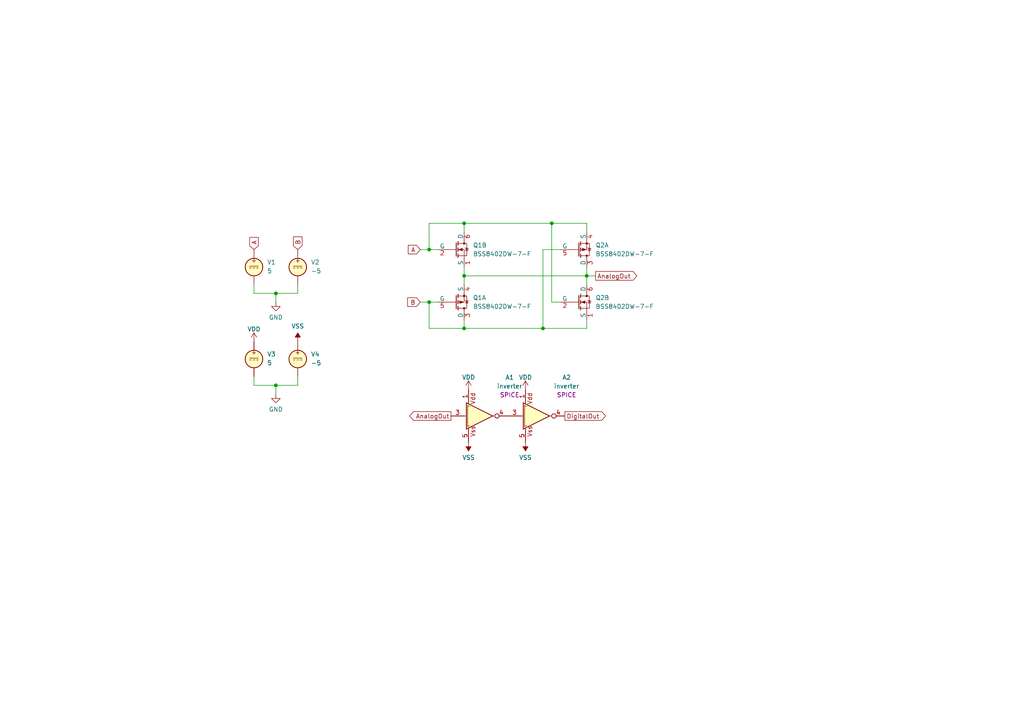
<source format=kicad_sch>
(kicad_sch (version 20250114) (generator "eeschema") (generator_version "9.0")
  (paper "A4")
  (lib_symbols
    (symbol "BSS8402DW-7-F_1" (pin_names (offset 0))
      (property "Reference" "Q" (at 2.54 1.27 0))
      (property "Value" "BSS8402DW-7-F" (at 2.54 -1.27 0))
      (symbol "BSS8402DW-7-F_1_0_1"
        (polyline (pts (xy -2.286 0) (xy -5.08 0)))
        (polyline (pts (xy -2.286 -1.905) (xy -2.286 1.905)) (stroke (width 0.254)))
        (polyline (pts (xy -1.778 1.27) (xy -1.778 2.286)) (stroke (width 0.254)))
        (polyline (pts (xy -1.778 -0.508) (xy -1.778 0.508)) (stroke (width 0.254)))
        (polyline (pts (xy -1.778 -1.778) (xy 0.762 -1.778) (xy 0.762 1.778) (xy -1.778 1.778)))
        (polyline (pts (xy -1.778 -2.286) (xy -1.778 -1.27)) (stroke (width 0.254)))
        (polyline (pts (xy 0 2.54) (xy 0 1.778)))
        (circle (center 0 1.778) (radius 0.254) (fill (type outline)))
        (polyline (pts (xy 0.254 0.508) (xy 0.381 0.381) (xy 1.143 0.381) (xy 1.27 0.254)))
        (polyline (pts (xy 0.762 0.381) (xy 0.381 -0.254) (xy 1.143 -0.254) (xy 0.762 0.381)))
      )
      (symbol "BSS8402DW-7-F_1_1_1"
        (polyline (pts (xy -0.254 0) (xy -1.27 -0.381) (xy -1.27 0.381) (xy -0.254 0)) (fill (type outline)))
        (polyline (pts (xy 0 2.54) (xy 0 0) (xy -1.778 0)))
        (circle (center 0 -1.778) (radius 0.254) (fill (type outline)))
        (polyline (pts (xy 0 -2.54) (xy 0 -1.778)))
        (pin input line (at -7.62 0 0) (length 2.54) (name "G") (number "5"))
        (pin passive line (at 0 5.08 270) (length 2.54) (name "S") (number "4"))
        (pin passive line (at 0 -5.08 90) (length 2.54) (name "D") (number "3"))
      )
      (symbol "BSS8402DW-7-F_1_2_1"
        (polyline (pts (xy -1.524 0) (xy -0.508 0.381) (xy -0.508 -0.381) (xy -1.524 0)) (fill (type outline)))
        (polyline (pts (xy 0 -2.54) (xy 0 0) (xy -1.778 0)))
        (pin input line (at -7.62 0 0) (length 2.54) (name "G") (number "2"))
        (pin passive line (at 0 5.08 270) (length 2.54) (name "D") (number "6"))
        (pin passive line (at 0 -5.08 90) (length 2.54) (name "S") (number "1"))
      )
    )
    (symbol "Simulation_SPICE:VDC" (pin_numbers (hide yes)) (pin_names (offset 0.0254))
      (property "Reference" "V" (at 2.54 2.54 0))
      (property "Value" "1" (at 2.54 0 0))
      (symbol "VDC_0_0"
        (polyline (pts (xy -1.27 0.254) (xy 1.27 0.254)))
        (polyline (pts (xy -0.762 -0.254) (xy -1.27 -0.254)))
        (polyline (pts (xy 0.254 -0.254) (xy -0.254 -0.254)))
        (polyline (pts (xy 1.27 -0.254) (xy 0.762 -0.254)))
        (text "+" (at 0 1.905 0) (effects (font (size 1.27 1.27))))
      )
      (symbol "VDC_0_1"
        (circle (center 0 0) (radius 2.54) (stroke (width 0.254)) (fill (type background)))
      )
      (symbol "VDC_1_1"
        (pin passive line (at 0 5.08 270) (length 2.54) (name "~") (number "1"))
        (pin passive line (at 0 -5.08 90) (length 2.54) (name "~") (number "2"))
      )
    )
    (symbol "TernaryLogic:inverter" (pin_names (offset 1.016))
      (property "Reference" "A" (at -0.635 1.27 0))
      (property "Value" "inverter" (at -0.635 -0.635 0))
      (property "Spice_Primitive" "X" (at -0.635 1.27 0))
      (property "Spice_Model" "Inverter" (at -0.635 1.27 0))
      (property "Spice_Netlist_Enabled" "Y" (at -0.635 1.27 0))
      (symbol "inverter_0_0"
        (polyline (pts (xy -3.81 0) (xy -3.302 0)))
        (polyline (pts (xy -2.54 3.81) (xy -2.54 3.556)))
        (polyline (pts (xy -2.54 -3.81) (xy -2.54 -3.556)))
        (polyline (pts (xy 5.08 0) (xy 4.318 0)))
        (text "Vdd" (at -1.27 5.08 900) (effects (font (size 1.27 1.27))))
        (text "Vss" (at -1.27 -4.445 900) (effects (font (size 1.27 1.27))))
      )
      (symbol "inverter_0_1"
        (polyline (pts (xy -2.794 3.048) (xy -2.286 2.794)) (stroke (width 0.1524)))
        (polyline (pts (xy -2.794 3.048) (xy -2.794 -3.048) (xy -2.286 -2.794)) (stroke (width 0.1524)))
      )
      (symbol "inverter_1_1"
        (polyline (pts (xy -3.175 3.81) (xy -3.175 -3.81) (xy 4.445 0) (xy -3.175 3.81)) (stroke (width 0.254)) (fill (type background)))
        (pin input line (at -7.62 0 0) (length 3.81) (name "~") (number "3"))
        (pin power_in line (at -2.54 7.62 270) (length 3.81) (name "~") (number "1"))
        (pin power_in line (at -2.54 -7.62 90) (length 3.81) (name "~") (number "5"))
        (pin output inverted (at 8.89 0 180) (length 3.81) (name "~") (number "4"))
      )
    )
    (symbol "Tritium:BSS8402DW-7-F" (pin_names (offset 0))
      (property "Reference" "Q" (at 2.54 1.27 0))
      (property "Value" "BSS8402DW-7-F" (at 2.54 -1.27 0))
      (symbol "BSS8402DW-7-F_0_1"
        (polyline (pts (xy -2.286 0) (xy -5.08 0)))
        (polyline (pts (xy -2.286 -1.905) (xy -2.286 1.905)) (stroke (width 0.254)))
        (polyline (pts (xy -1.778 1.27) (xy -1.778 2.286)) (stroke (width 0.254)))
        (polyline (pts (xy -1.778 -0.508) (xy -1.778 0.508)) (stroke (width 0.254)))
        (polyline (pts (xy -1.778 -1.778) (xy 0.762 -1.778) (xy 0.762 1.778) (xy -1.778 1.778)))
        (polyline (pts (xy -1.778 -2.286) (xy -1.778 -1.27)) (stroke (width 0.254)))
        (polyline (pts (xy 0 2.54) (xy 0 1.778)))
        (circle (center 0 1.778) (radius 0.254) (fill (type outline)))
        (polyline (pts (xy 0.254 0.508) (xy 0.381 0.381) (xy 1.143 0.381) (xy 1.27 0.254)))
        (polyline (pts (xy 0.762 0.381) (xy 0.381 -0.254) (xy 1.143 -0.254) (xy 0.762 0.381)))
      )
      (symbol "BSS8402DW-7-F_1_1"
        (polyline (pts (xy -0.254 0) (xy -1.27 -0.381) (xy -1.27 0.381) (xy -0.254 0)) (fill (type outline)))
        (polyline (pts (xy 0 2.54) (xy 0 0) (xy -1.778 0)))
        (circle (center 0 -1.778) (radius 0.254) (fill (type outline)))
        (polyline (pts (xy 0 -2.54) (xy 0 -1.778)))
        (pin input line (at -7.62 0 0) (length 2.54) (name "G") (number "5"))
        (pin passive line (at 0 5.08 270) (length 2.54) (name "S") (number "4"))
        (pin passive line (at 0 -5.08 90) (length 2.54) (name "D") (number "3"))
      )
      (symbol "BSS8402DW-7-F_2_1"
        (polyline (pts (xy -1.524 0) (xy -0.508 0.381) (xy -0.508 -0.381) (xy -1.524 0)) (fill (type outline)))
        (polyline (pts (xy 0 -2.54) (xy 0 0) (xy -1.778 0)))
        (pin input line (at -7.62 0 0) (length 2.54) (name "G") (number "2"))
        (pin passive line (at 0 5.08 270) (length 2.54) (name "D") (number "6"))
        (pin passive line (at 0 -5.08 90) (length 2.54) (name "S") (number "1"))
      )
    )
    (symbol "power:GND" (power) (pin_names (offset 0))
      (property "Value" "GND" (at 0 -3.81 0))
      (symbol "GND_0_1"
        (polyline (pts (xy 0 0) (xy 0 -1.27) (xy 1.27 -1.27) (xy 0 -2.54) (xy -1.27 -1.27) (xy 0 -1.27)))
      )
      (symbol "GND_1_1"
        (pin power_in line (at 0 0 270) (length 0) (hide yes) (name "GND") (number "1"))
      )
    )
    (symbol "power:VDD" (power) (pin_names (offset 0))
      (property "Value" "VDD" (at 0 3.81 0))
      (symbol "VDD_0_1"
        (polyline (pts (xy -0.762 1.27) (xy 0 2.54)))
        (polyline (pts (xy 0 2.54) (xy 0.762 1.27)))
        (polyline (pts (xy 0 0) (xy 0 2.54)))
      )
      (symbol "VDD_1_1"
        (pin power_in line (at 0 0 90) (length 0) (hide yes) (name "VDD") (number "1"))
      )
    )
    (symbol "power:VSS" (power) (pin_names (offset 0))
      (property "Value" "VSS" (at 0 3.81 0))
      (symbol "VSS_0_1"
        (polyline (pts (xy 0 0) (xy 0 2.54)))
        (polyline (pts (xy 0.762 1.27) (xy -0.762 1.27) (xy 0 2.54) (xy 0.762 1.27)) (fill (type outline)))
      )
      (symbol "VSS_1_1"
        (pin power_in line (at 0 0 90) (length 0) (hide yes) (name "VSS") (number "1"))
      )
    )
  )
  (junction (at 134.62 64.77))
  (junction (at 170.18 80.01))
  (junction (at 80.01 85.09))
  (junction (at 160.02 64.77))
  (junction (at 124.46 87.63))
  (junction (at 157.48 95.25))
  (junction (at 134.62 95.25))
  (junction (at 134.62 80.01))
  (junction (at 80.01 111.76))
  (junction (at 124.46 72.39))
  (wire (pts (xy 134.62 80.01) (xy 170.18 80.01)))
  (wire (pts (xy 124.46 64.77) (xy 134.62 64.77)))
  (wire (pts (xy 121.92 72.39) (xy 124.46 72.39)))
  (wire (pts (xy 162.56 72.39) (xy 157.48 72.39)))
  (wire (pts (xy 134.62 77.47) (xy 134.62 80.01)))
  (wire (pts (xy 160.02 64.77) (xy 170.18 64.77)))
  (wire (pts (xy 124.46 87.63) (xy 127 87.63)))
  (wire (pts (xy 157.48 72.39) (xy 157.48 95.25)))
  (wire (pts (xy 134.62 92.71) (xy 134.62 95.25)))
  (wire (pts (xy 170.18 92.71) (xy 170.18 95.25)))
  (wire (pts (xy 124.46 72.39) (xy 124.46 64.77)))
  (wire (pts (xy 80.01 85.09) (xy 86.36 85.09)))
  (wire (pts (xy 124.46 87.63) (xy 124.46 95.25)))
  (wire (pts (xy 170.18 80.01) (xy 170.18 82.55)))
  (wire (pts (xy 170.18 64.77) (xy 170.18 67.31)))
  (wire (pts (xy 73.66 85.09) (xy 80.01 85.09)))
  (wire (pts (xy 73.66 82.55) (xy 73.66 85.09)))
  (wire (pts (xy 86.36 111.76) (xy 86.36 109.22)))
  (wire (pts (xy 160.02 87.63) (xy 160.02 64.77)))
  (wire (pts (xy 134.62 64.77) (xy 160.02 64.77)))
  (wire (pts (xy 134.62 64.77) (xy 134.62 67.31)))
  (wire (pts (xy 157.48 95.25) (xy 170.18 95.25)))
  (wire (pts (xy 80.01 111.76) (xy 86.36 111.76)))
  (wire (pts (xy 80.01 85.09) (xy 80.01 87.63)))
  (wire (pts (xy 124.46 95.25) (xy 134.62 95.25)))
  (wire (pts (xy 134.62 80.01) (xy 134.62 82.55)))
  (wire (pts (xy 170.18 80.01) (xy 172.72 80.01)))
  (wire (pts (xy 134.62 95.25) (xy 157.48 95.25)))
  (wire (pts (xy 73.66 111.76) (xy 80.01 111.76)))
  (wire (pts (xy 162.56 87.63) (xy 160.02 87.63)))
  (wire (pts (xy 170.18 77.47) (xy 170.18 80.01)))
  (wire (pts (xy 86.36 85.09) (xy 86.36 82.55)))
  (wire (pts (xy 80.01 111.76) (xy 80.01 114.3)))
  (wire (pts (xy 73.66 109.22) (xy 73.66 111.76)))
  (wire (pts (xy 127 72.39) (xy 124.46 72.39)))
  (wire (pts (xy 121.92 87.63) (xy 124.46 87.63)))
  (global_label "B" (shape input) (at 86.36 72.39 90) (property "Intersheetrefs" "${INTERSHEET_REFS}" (effects (hide yes))))
  (global_label "DigitalOut" (shape output) (at 163.83 120.65 0) (property "Intersheetrefs" "${INTERSHEET_REFS}" (effects (hide yes))))
  (global_label "AnalogOut" (shape output) (at 172.72 80.01 0) (property "Intersheetrefs" "${INTERSHEET_REFS}" (effects (hide yes))))
  (global_label "B" (shape input) (at 121.92 87.63 180) (property "Intersheetrefs" "${INTERSHEET_REFS}" (effects (hide yes))))
  (global_label "AnalogOut" (shape output) (at 130.81 120.65 180) (property "Intersheetrefs" "${INTERSHEET_REFS}" (effects (hide yes))))
  (global_label "A" (shape input) (at 73.66 72.39 90) (property "Intersheetrefs" "${INTERSHEET_REFS}" (effects (hide yes))))
  (global_label "A" (shape input) (at 121.92 72.39 180) (property "Intersheetrefs" "${INTERSHEET_REFS}" (effects (hide yes))))
  (symbol (lib_id "power:VDD") (at 152.4 113.03 0) (unit 1)
    (property "Reference" "#PWR07" (effects (hide yes)))
    (property "Value" "VDD" (at 152.4 109.4542 0))
  )
  (symbol (lib_name "BSS8402DW-7-F_1") (lib_id "Tritium:BSS8402DW-7-F") (at 134.62 72.39 0) (unit 2)
    (property "Reference" "Q1" (at 137.16 71.1199 0) (effects (justify left)))
    (property "Value" "BSS8402DW-7-F" (at 137.16 73.6599 0) (effects (justify left)))
    (property "Footprint" "Package_TO_SOT_SMD:SOT-363_SC-70-6_Handsoldering" (effects (hide yes)))
    (property "Datasheet" "https://www.diodes.com/assets/Datasheets/ds30380.pdf" (effects (hide yes)))
    (property "Sim.Pins" "1=1 2=2 3=3 4=4 5=5 6=6" (effects (hide yes)))
    (property "Sim.Device" "SPICE" (effects (hide yes)))
    (property "Sim.Params" "type=\"X\" model=\"BSS8402DW\" lib=\"${TRITIUM_LIB}/TritiumSpice.lib\"" (effects (hide yes)))
    (property "Spice_Netlist_Enabled" "Y" (effects (hide yes)))
  )
  (symbol (lib_id "power:GND") (at 80.01 87.63 0) (unit 1)
    (property "Reference" "#PWR01" (effects (hide yes)))
    (property "Value" "GND" (at 80.01 92.0734 0))
  )
  (symbol (lib_name "BSS8402DW-7-F_1") (lib_id "Tritium:BSS8402DW-7-F") (at 134.62 87.63 0) (unit 1)
    (property "Reference" "Q1" (at 137.16 86.3599 0) (effects (justify left)))
    (property "Value" "BSS8402DW-7-F" (at 137.16 88.8999 0) (effects (justify left)))
    (property "Footprint" "Package_TO_SOT_SMD:SOT-363_SC-70-6_Handsoldering" (effects (hide yes)))
    (property "Datasheet" "https://www.diodes.com/assets/Datasheets/ds30380.pdf" (effects (hide yes)))
    (property "Sim.Pins" "1=1 2=2 3=3 4=4 5=5 6=6" (effects (hide yes)))
    (property "Sim.Device" "SPICE" (effects (hide yes)))
    (property "Sim.Params" "type=\"X\" model=\"BSS8402DW\" lib=\"${TRITIUM_LIB}/TritiumSpice.lib\"" (effects (hide yes)))
    (property "Spice_Netlist_Enabled" "Y" (effects (hide yes)))
  )
  (symbol (lib_id "Tritium:BSS8402DW-7-F") (at 170.18 87.63 0) (unit 2)
    (property "Reference" "Q2" (at 172.72 86.3599 0) (effects (justify left)))
    (property "Value" "BSS8402DW-7-F" (at 172.72 88.8999 0) (effects (justify left)))
    (property "Footprint" "Package_TO_SOT_SMD:SOT-363_SC-70-6_Handsoldering" (effects (hide yes)))
    (property "Datasheet" "https://www.diodes.com/assets/Datasheets/ds30380.pdf" (effects (hide yes)))
    (property "Sim.Pins" "1=1 2=2 3=3 4=4 5=5 6=6" (effects (hide yes)))
    (property "Sim.Device" "SPICE" (effects (hide yes)))
    (property "Sim.Params" "type=\"X\" model=\"BSS8402DW\" lib=\"${TRITIUM_LIB}/TritiumSpice.lib\"" (effects (hide yes)))
    (property "Spice_Netlist_Enabled" "Y" (effects (hide yes)))
  )
  (symbol (lib_id "Simulation_SPICE:VDC") (at 86.36 77.47 0) (unit 1)
    (property "Reference" "V2" (at 90.17 76.0701 0) (effects (justify left)))
    (property "Value" "-5" (at 90.17 78.6101 0) (effects (justify left)))
    (property "Datasheet" "https://ngspice.sourceforge.io/docs/ngspice-html-manual/manual.xhtml#sec_Independent_Sources_for" (effects (hide yes)))
    (property "Description" "Voltage source, DC" (effects (hide yes)))
    (property "Sim.Pins" "1=+ 2=-" (effects (hide yes)))
    (property "Sim.Type" "DC" (effects (hide yes)))
    (property "Sim.Device" "V" (effects (hide yes)))
  )
  (symbol (lib_id "Simulation_SPICE:VDC") (at 86.36 104.14 0) (unit 1)
    (property "Reference" "V4" (at 90.17 102.7401 0) (effects (justify left)))
    (property "Value" "-5" (at 90.17 105.2801 0) (effects (justify left)))
    (property "Datasheet" "https://ngspice.sourceforge.io/docs/ngspice-html-manual/manual.xhtml#sec_Independent_Sources_for" (effects (hide yes)))
    (property "Description" "Voltage source, DC" (effects (hide yes)))
    (property "Sim.Pins" "1=+ 2=-" (effects (hide yes)))
    (property "Sim.Type" "DC" (effects (hide yes)))
    (property "Sim.Device" "V" (effects (hide yes)))
  )
  (symbol (lib_id "power:VDD") (at 73.66 99.06 0) (unit 1)
    (property "Reference" "#PWR02" (effects (hide yes)))
    (property "Value" "VDD" (at 73.66 95.4842 0))
  )
  (symbol (lib_id "power:VSS") (at 135.89 128.27 180) (unit 1)
    (property "Reference" "#PWR06" (effects (hide yes)))
    (property "Value" "VSS" (at 135.89 132.7134 0))
  )
  (symbol (lib_id "Simulation_SPICE:VDC") (at 73.66 104.14 0) (unit 1)
    (property "Reference" "V3" (at 77.47 102.7401 0) (effects (justify left)))
    (property "Value" "5" (at 77.47 105.2801 0) (effects (justify left)))
    (property "Datasheet" "https://ngspice.sourceforge.io/docs/ngspice-html-manual/manual.xhtml#sec_Independent_Sources_for" (effects (hide yes)))
    (property "Description" "Voltage source, DC" (effects (hide yes)))
    (property "Sim.Pins" "1=+ 2=-" (effects (hide yes)))
    (property "Sim.Type" "DC" (effects (hide yes)))
    (property "Sim.Device" "V" (effects (hide yes)))
  )
  (symbol (lib_id "power:VSS") (at 152.4 128.27 180) (unit 1)
    (property "Reference" "#PWR08" (effects (hide yes)))
    (property "Value" "VSS" (at 152.4 132.7134 0))
  )
  (symbol (lib_id "TernaryLogic:inverter") (at 154.94 120.65 0) (unit 1)
    (property "Reference" "A2" (at 164.3327 109.4666 0))
    (property "Value" "inverter" (at 164.3327 112.0035 0))
    (property "Footprint" "Ternary_Rev_1:inverter" (effects (hide yes)))
    (property "Sim.Device" "SPICE" (at 164.3327 114.5404 0))
    (property "Sim.Params" "type=\"X\" model=\"Inverter\" lib=\"${TRITIUM_LIB}/TritiumSpice.lib\"" (effects (hide yes)))
    (property "Sim.Pins" "1=1 3=2 4=3 5=4" (effects (hide yes)))
  )
  (symbol (lib_id "TernaryLogic:inverter") (at 138.43 120.65 0) (unit 1)
    (property "Reference" "A1" (at 147.8227 109.4666 0))
    (property "Value" "inverter" (at 147.8227 112.0035 0))
    (property "Footprint" "Ternary_Rev_1:inverter" (effects (hide yes)))
    (property "Sim.Device" "SPICE" (at 147.8227 114.5404 0))
    (property "Sim.Params" "type=\"X\" model=\"Inverter\" lib=\"${TRITIUM_LIB}/TritiumSpice.lib\"" (effects (hide yes)))
    (property "Sim.Pins" "1=1 3=2 4=3 5=4" (effects (hide yes)))
  )
  (symbol (lib_id "Tritium:BSS8402DW-7-F") (at 170.18 72.39 0) (unit 1)
    (property "Reference" "Q2" (at 172.72 71.1199 0) (effects (justify left)))
    (property "Value" "BSS8402DW-7-F" (at 172.72 73.6599 0) (effects (justify left)))
    (property "Footprint" "Package_TO_SOT_SMD:SOT-363_SC-70-6_Handsoldering" (effects (hide yes)))
    (property "Datasheet" "https://www.diodes.com/assets/Datasheets/ds30380.pdf" (effects (hide yes)))
    (property "Sim.Pins" "1=1 2=2 3=3 4=4 5=5 6=6" (effects (hide yes)))
    (property "Sim.Device" "SPICE" (effects (hide yes)))
    (property "Sim.Params" "type=\"X\" model=\"BSS8402DW\" lib=\"${TRITIUM_LIB}/TritiumSpice.lib\"" (effects (hide yes)))
    (property "Spice_Netlist_Enabled" "Y" (effects (hide yes)))
  )
  (symbol (lib_id "power:VSS") (at 86.36 99.06 0) (unit 1)
    (property "Reference" "#PWR04" (effects (hide yes)))
    (property "Value" "VSS" (at 86.36 94.6166 0))
  )
  (symbol (lib_id "power:GND") (at 80.01 114.3 0) (unit 1)
    (property "Reference" "#PWR03" (effects (hide yes)))
    (property "Value" "GND" (at 80.01 118.7434 0))
  )
  (symbol (lib_id "power:VDD") (at 135.89 113.03 0) (unit 1)
    (property "Reference" "#PWR05" (effects (hide yes)))
    (property "Value" "VDD" (at 135.89 109.4542 0))
  )
  (symbol (lib_id "Simulation_SPICE:VDC") (at 73.66 77.47 0) (unit 1)
    (property "Reference" "V1" (at 77.47 76.0701 0) (effects (justify left)))
    (property "Value" "5" (at 77.47 78.6101 0) (effects (justify left)))
    (property "Datasheet" "https://ngspice.sourceforge.io/docs/ngspice-html-manual/manual.xhtml#sec_Independent_Sources_for" (effects (hide yes)))
    (property "Description" "Voltage source, DC" (effects (hide yes)))
    (property "Sim.Pins" "1=+ 2=-" (effects (hide yes)))
    (property "Sim.Type" "DC" (effects (hide yes)))
    (property "Sim.Device" "V" (effects (hide yes)))
  )
)
</source>
